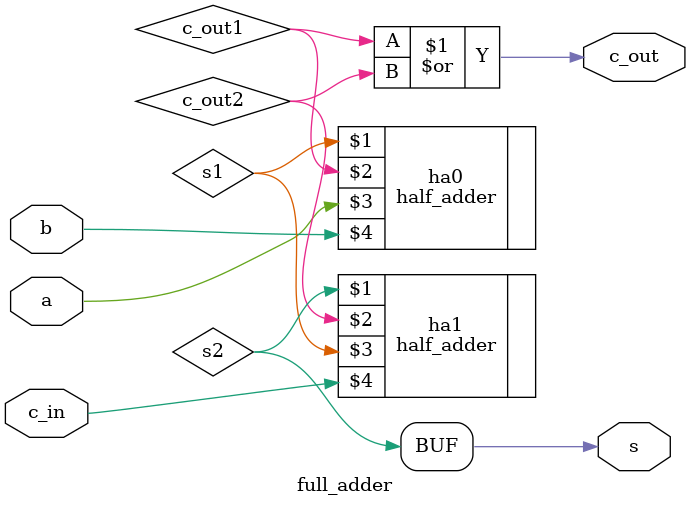
<source format=v>
module full_adder(
  output s,
  output c_out,
  input  a,
  input  b,
  input  c_in);
  
  wire s1, s2, c_out1, c_out2;
  
  half_adder ha0(s1, c_out1, a, b);
  half_adder ha1(s2, c_out2, s1, c_in);
  or(c_out, c_out1, c_out2);
  assign s = s2;
  
endmodule

</source>
